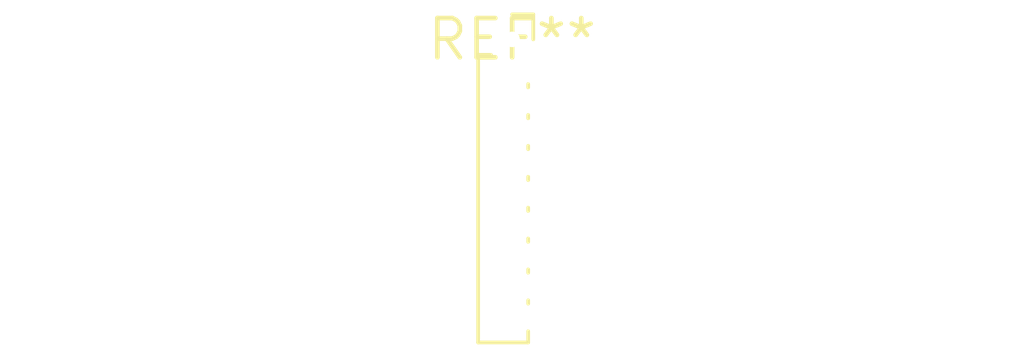
<source format=kicad_pcb>
(kicad_pcb (version 20240108) (generator pcbnew)
  (layers (0 "F.Cu" signal) (31 "B.Cu" signal) (34 "B.Paste" user) (35 "F.Paste" user) (36 "B.SilkS" user "B.Silkscreen") (37 "F.SilkS" user "F.Silkscreen") (38 "B.Mask" user) (39 "F.Mask" user) (44 "Edge.Cuts" user))
  (net 0 "")
  (footprint "PinSocket_1x10_P1.00mm_Vertical" (layer "F.Cu") (at 0 0)
    (property "Reference" "REF**")
    (property "Value" "PinSocket_1x10_P1.00mm_Vertical")
    (fp_line (start -1.1 0.5) (end -1.1 9.81) (layer "F.SilkS") (stroke (width 0.12)))
    (fp_line (start -1.1 0.5) (end -0.685 0.5) (layer "F.SilkS") (stroke (width 0.12)))
    (fp_line (start -1.1 9.81) (end 0.52 9.81) (layer "F.SilkS") (stroke (width 0.12)))
    (fp_line (start 0 -0.81) (end 0.685 -0.81) (layer "F.SilkS") (stroke (width 0.12)))
    (fp_line (start 0.52 1.445898) (end 0.52 1.554102) (layer "F.SilkS") (stroke (width 0.12)))
    (fp_line (start 0.52 2.445898) (end 0.52 2.554102) (layer "F.SilkS") (stroke (width 0.12)))
    (fp_line (start 0.52 3.445898) (end 0.52 3.554102) (layer "F.SilkS") (stroke (width 0.12)))
    (fp_line (start 0.52 4.445898) (end 0.52 4.554102) (layer "F.SilkS") (stroke (width 0.12)))
    (fp_line (start 0.52 5.445898) (end 0.52 5.554102) (layer "F.SilkS") (stroke (width 0.12)))
    (fp_line (start 0.52 6.445898) (end 0.52 6.554102) (layer "F.SilkS") (stroke (width 0.12)))
    (fp_line (start 0.52 7.445898) (end 0.52 7.554102) (layer "F.SilkS") (stroke (width 0.12)))
    (fp_line (start 0.52 8.445898) (end 0.52 8.554102) (layer "F.SilkS") (stroke (width 0.12)))
    (fp_line (start 0.52 9.445898) (end 0.52 9.81) (layer "F.SilkS") (stroke (width 0.12)))
    (fp_line (start 0.685 -0.81) (end 0.685 0) (layer "F.SilkS") (stroke (width 0.12)))
    (pad "1" thru_hole rect (at 0 0) (size 0.85 0.85) (drill 0.5) (layers *.Cu *.Mask) (remove_unused_layers))
    (pad "2" thru_hole oval (at 0 1) (size 0.85 0.85) (drill 0.5) (layers *.Cu *.Mask) (remove_unused_layers))
    (pad "3" thru_hole oval (at 0 2) (size 0.85 0.85) (drill 0.5) (layers *.Cu *.Mask) (remove_unused_layers))
    (pad "4" thru_hole oval (at 0 3) (size 0.85 0.85) (drill 0.5) (layers *.Cu *.Mask) (remove_unused_layers))
    (pad "5" thru_hole oval (at 0 4) (size 0.85 0.85) (drill 0.5) (layers *.Cu *.Mask) (remove_unused_layers))
    (pad "6" thru_hole oval (at 0 5) (size 0.85 0.85) (drill 0.5) (layers *.Cu *.Mask) (remove_unused_layers))
    (pad "7" thru_hole oval (at 0 6) (size 0.85 0.85) (drill 0.5) (layers *.Cu *.Mask) (remove_unused_layers))
    (pad "8" thru_hole oval (at 0 7) (size 0.85 0.85) (drill 0.5) (layers *.Cu *.Mask) (remove_unused_layers))
    (pad "9" thru_hole oval (at 0 8) (size 0.85 0.85) (drill 0.5) (layers *.Cu *.Mask) (remove_unused_layers))
    (pad "10" thru_hole oval (at 0 9) (size 0.85 0.85) (drill 0.5) (layers *.Cu *.Mask) (remove_unused_layers))
  )
)
</source>
